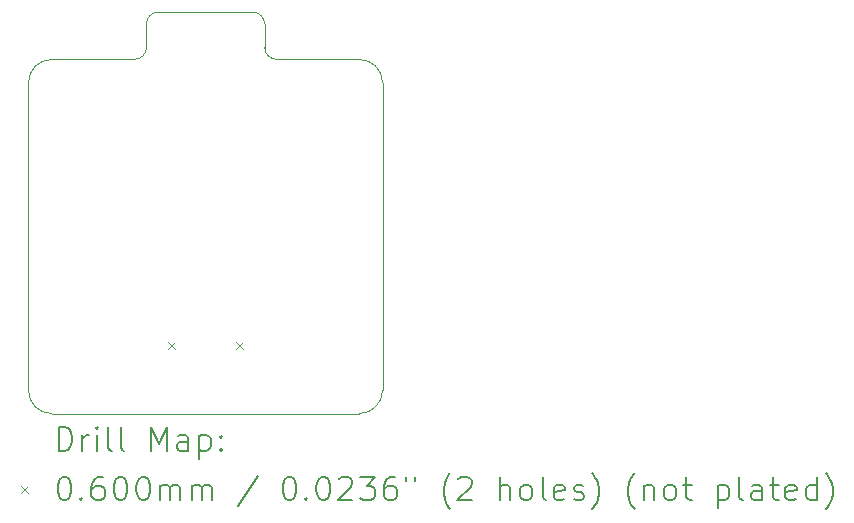
<source format=gbr>
%TF.GenerationSoftware,KiCad,Pcbnew,8.0.8-8.0.8-0~ubuntu24.04.1*%
%TF.CreationDate,2025-01-27T21:39:11+01:00*%
%TF.ProjectId,KICad_Files,4b494361-645f-4466-996c-65732e6b6963,1*%
%TF.SameCoordinates,Original*%
%TF.FileFunction,Drillmap*%
%TF.FilePolarity,Positive*%
%FSLAX45Y45*%
G04 Gerber Fmt 4.5, Leading zero omitted, Abs format (unit mm)*
G04 Created by KiCad (PCBNEW 8.0.8-8.0.8-0~ubuntu24.04.1) date 2025-01-27 21:39:11*
%MOMM*%
%LPD*%
G01*
G04 APERTURE LIST*
%ADD10C,0.050000*%
%ADD11C,0.200000*%
%ADD12C,0.100000*%
G04 APERTURE END LIST*
D10*
X12180000Y-11240000D02*
X12180000Y-8640000D01*
X11280000Y-8438995D02*
G75*
G02*
X11181005Y-8340000I0J98995D01*
G01*
X9380000Y-11440000D02*
X11980000Y-11440000D01*
X9180000Y-8640000D02*
G75*
G02*
X9380000Y-8440000I200000J0D01*
G01*
X9380000Y-11440000D02*
G75*
G02*
X9180000Y-11240000I0J200000D01*
G01*
X11980000Y-8440000D02*
X11280000Y-8438995D01*
X10180000Y-8340000D02*
G75*
G02*
X10080000Y-8440000I-100000J0D01*
G01*
X11080000Y-8040000D02*
G75*
G02*
X11180000Y-8140000I0J-100000D01*
G01*
X11080000Y-8040000D02*
X10280000Y-8040000D01*
X12180000Y-11240000D02*
G75*
G02*
X11980000Y-11440000I-200000J0D01*
G01*
X10080000Y-8440000D02*
X9380000Y-8440000D01*
X10180000Y-8140000D02*
G75*
G02*
X10280000Y-8040000I100000J0D01*
G01*
X9180000Y-8640000D02*
X9180000Y-11240000D01*
X11181005Y-8340000D02*
X11180000Y-8140000D01*
X10180000Y-8140000D02*
X10180000Y-8340000D01*
X11980000Y-8440000D02*
G75*
G02*
X12180000Y-8640000I0J-200000D01*
G01*
D11*
D12*
X10361000Y-10835000D02*
X10421000Y-10895000D01*
X10421000Y-10835000D02*
X10361000Y-10895000D01*
X10939000Y-10835000D02*
X10999000Y-10895000D01*
X10999000Y-10835000D02*
X10939000Y-10895000D01*
D11*
X9438277Y-11753984D02*
X9438277Y-11553984D01*
X9438277Y-11553984D02*
X9485896Y-11553984D01*
X9485896Y-11553984D02*
X9514467Y-11563508D01*
X9514467Y-11563508D02*
X9533515Y-11582555D01*
X9533515Y-11582555D02*
X9543039Y-11601603D01*
X9543039Y-11601603D02*
X9552563Y-11639698D01*
X9552563Y-11639698D02*
X9552563Y-11668269D01*
X9552563Y-11668269D02*
X9543039Y-11706365D01*
X9543039Y-11706365D02*
X9533515Y-11725412D01*
X9533515Y-11725412D02*
X9514467Y-11744460D01*
X9514467Y-11744460D02*
X9485896Y-11753984D01*
X9485896Y-11753984D02*
X9438277Y-11753984D01*
X9638277Y-11753984D02*
X9638277Y-11620650D01*
X9638277Y-11658746D02*
X9647801Y-11639698D01*
X9647801Y-11639698D02*
X9657325Y-11630174D01*
X9657325Y-11630174D02*
X9676372Y-11620650D01*
X9676372Y-11620650D02*
X9695420Y-11620650D01*
X9762086Y-11753984D02*
X9762086Y-11620650D01*
X9762086Y-11553984D02*
X9752563Y-11563508D01*
X9752563Y-11563508D02*
X9762086Y-11573031D01*
X9762086Y-11573031D02*
X9771610Y-11563508D01*
X9771610Y-11563508D02*
X9762086Y-11553984D01*
X9762086Y-11553984D02*
X9762086Y-11573031D01*
X9885896Y-11753984D02*
X9866848Y-11744460D01*
X9866848Y-11744460D02*
X9857325Y-11725412D01*
X9857325Y-11725412D02*
X9857325Y-11553984D01*
X9990658Y-11753984D02*
X9971610Y-11744460D01*
X9971610Y-11744460D02*
X9962086Y-11725412D01*
X9962086Y-11725412D02*
X9962086Y-11553984D01*
X10219229Y-11753984D02*
X10219229Y-11553984D01*
X10219229Y-11553984D02*
X10285896Y-11696841D01*
X10285896Y-11696841D02*
X10352563Y-11553984D01*
X10352563Y-11553984D02*
X10352563Y-11753984D01*
X10533515Y-11753984D02*
X10533515Y-11649222D01*
X10533515Y-11649222D02*
X10523991Y-11630174D01*
X10523991Y-11630174D02*
X10504944Y-11620650D01*
X10504944Y-11620650D02*
X10466848Y-11620650D01*
X10466848Y-11620650D02*
X10447801Y-11630174D01*
X10533515Y-11744460D02*
X10514467Y-11753984D01*
X10514467Y-11753984D02*
X10466848Y-11753984D01*
X10466848Y-11753984D02*
X10447801Y-11744460D01*
X10447801Y-11744460D02*
X10438277Y-11725412D01*
X10438277Y-11725412D02*
X10438277Y-11706365D01*
X10438277Y-11706365D02*
X10447801Y-11687317D01*
X10447801Y-11687317D02*
X10466848Y-11677793D01*
X10466848Y-11677793D02*
X10514467Y-11677793D01*
X10514467Y-11677793D02*
X10533515Y-11668269D01*
X10628753Y-11620650D02*
X10628753Y-11820650D01*
X10628753Y-11630174D02*
X10647801Y-11620650D01*
X10647801Y-11620650D02*
X10685896Y-11620650D01*
X10685896Y-11620650D02*
X10704944Y-11630174D01*
X10704944Y-11630174D02*
X10714467Y-11639698D01*
X10714467Y-11639698D02*
X10723991Y-11658746D01*
X10723991Y-11658746D02*
X10723991Y-11715888D01*
X10723991Y-11715888D02*
X10714467Y-11734936D01*
X10714467Y-11734936D02*
X10704944Y-11744460D01*
X10704944Y-11744460D02*
X10685896Y-11753984D01*
X10685896Y-11753984D02*
X10647801Y-11753984D01*
X10647801Y-11753984D02*
X10628753Y-11744460D01*
X10809706Y-11734936D02*
X10819229Y-11744460D01*
X10819229Y-11744460D02*
X10809706Y-11753984D01*
X10809706Y-11753984D02*
X10800182Y-11744460D01*
X10800182Y-11744460D02*
X10809706Y-11734936D01*
X10809706Y-11734936D02*
X10809706Y-11753984D01*
X10809706Y-11630174D02*
X10819229Y-11639698D01*
X10819229Y-11639698D02*
X10809706Y-11649222D01*
X10809706Y-11649222D02*
X10800182Y-11639698D01*
X10800182Y-11639698D02*
X10809706Y-11630174D01*
X10809706Y-11630174D02*
X10809706Y-11649222D01*
D12*
X9117500Y-12052500D02*
X9177500Y-12112500D01*
X9177500Y-12052500D02*
X9117500Y-12112500D01*
D11*
X9476372Y-11973984D02*
X9495420Y-11973984D01*
X9495420Y-11973984D02*
X9514467Y-11983508D01*
X9514467Y-11983508D02*
X9523991Y-11993031D01*
X9523991Y-11993031D02*
X9533515Y-12012079D01*
X9533515Y-12012079D02*
X9543039Y-12050174D01*
X9543039Y-12050174D02*
X9543039Y-12097793D01*
X9543039Y-12097793D02*
X9533515Y-12135888D01*
X9533515Y-12135888D02*
X9523991Y-12154936D01*
X9523991Y-12154936D02*
X9514467Y-12164460D01*
X9514467Y-12164460D02*
X9495420Y-12173984D01*
X9495420Y-12173984D02*
X9476372Y-12173984D01*
X9476372Y-12173984D02*
X9457325Y-12164460D01*
X9457325Y-12164460D02*
X9447801Y-12154936D01*
X9447801Y-12154936D02*
X9438277Y-12135888D01*
X9438277Y-12135888D02*
X9428753Y-12097793D01*
X9428753Y-12097793D02*
X9428753Y-12050174D01*
X9428753Y-12050174D02*
X9438277Y-12012079D01*
X9438277Y-12012079D02*
X9447801Y-11993031D01*
X9447801Y-11993031D02*
X9457325Y-11983508D01*
X9457325Y-11983508D02*
X9476372Y-11973984D01*
X9628753Y-12154936D02*
X9638277Y-12164460D01*
X9638277Y-12164460D02*
X9628753Y-12173984D01*
X9628753Y-12173984D02*
X9619229Y-12164460D01*
X9619229Y-12164460D02*
X9628753Y-12154936D01*
X9628753Y-12154936D02*
X9628753Y-12173984D01*
X9809706Y-11973984D02*
X9771610Y-11973984D01*
X9771610Y-11973984D02*
X9752563Y-11983508D01*
X9752563Y-11983508D02*
X9743039Y-11993031D01*
X9743039Y-11993031D02*
X9723991Y-12021603D01*
X9723991Y-12021603D02*
X9714467Y-12059698D01*
X9714467Y-12059698D02*
X9714467Y-12135888D01*
X9714467Y-12135888D02*
X9723991Y-12154936D01*
X9723991Y-12154936D02*
X9733515Y-12164460D01*
X9733515Y-12164460D02*
X9752563Y-12173984D01*
X9752563Y-12173984D02*
X9790658Y-12173984D01*
X9790658Y-12173984D02*
X9809706Y-12164460D01*
X9809706Y-12164460D02*
X9819229Y-12154936D01*
X9819229Y-12154936D02*
X9828753Y-12135888D01*
X9828753Y-12135888D02*
X9828753Y-12088269D01*
X9828753Y-12088269D02*
X9819229Y-12069222D01*
X9819229Y-12069222D02*
X9809706Y-12059698D01*
X9809706Y-12059698D02*
X9790658Y-12050174D01*
X9790658Y-12050174D02*
X9752563Y-12050174D01*
X9752563Y-12050174D02*
X9733515Y-12059698D01*
X9733515Y-12059698D02*
X9723991Y-12069222D01*
X9723991Y-12069222D02*
X9714467Y-12088269D01*
X9952563Y-11973984D02*
X9971610Y-11973984D01*
X9971610Y-11973984D02*
X9990658Y-11983508D01*
X9990658Y-11983508D02*
X10000182Y-11993031D01*
X10000182Y-11993031D02*
X10009706Y-12012079D01*
X10009706Y-12012079D02*
X10019229Y-12050174D01*
X10019229Y-12050174D02*
X10019229Y-12097793D01*
X10019229Y-12097793D02*
X10009706Y-12135888D01*
X10009706Y-12135888D02*
X10000182Y-12154936D01*
X10000182Y-12154936D02*
X9990658Y-12164460D01*
X9990658Y-12164460D02*
X9971610Y-12173984D01*
X9971610Y-12173984D02*
X9952563Y-12173984D01*
X9952563Y-12173984D02*
X9933515Y-12164460D01*
X9933515Y-12164460D02*
X9923991Y-12154936D01*
X9923991Y-12154936D02*
X9914467Y-12135888D01*
X9914467Y-12135888D02*
X9904944Y-12097793D01*
X9904944Y-12097793D02*
X9904944Y-12050174D01*
X9904944Y-12050174D02*
X9914467Y-12012079D01*
X9914467Y-12012079D02*
X9923991Y-11993031D01*
X9923991Y-11993031D02*
X9933515Y-11983508D01*
X9933515Y-11983508D02*
X9952563Y-11973984D01*
X10143039Y-11973984D02*
X10162087Y-11973984D01*
X10162087Y-11973984D02*
X10181134Y-11983508D01*
X10181134Y-11983508D02*
X10190658Y-11993031D01*
X10190658Y-11993031D02*
X10200182Y-12012079D01*
X10200182Y-12012079D02*
X10209706Y-12050174D01*
X10209706Y-12050174D02*
X10209706Y-12097793D01*
X10209706Y-12097793D02*
X10200182Y-12135888D01*
X10200182Y-12135888D02*
X10190658Y-12154936D01*
X10190658Y-12154936D02*
X10181134Y-12164460D01*
X10181134Y-12164460D02*
X10162087Y-12173984D01*
X10162087Y-12173984D02*
X10143039Y-12173984D01*
X10143039Y-12173984D02*
X10123991Y-12164460D01*
X10123991Y-12164460D02*
X10114467Y-12154936D01*
X10114467Y-12154936D02*
X10104944Y-12135888D01*
X10104944Y-12135888D02*
X10095420Y-12097793D01*
X10095420Y-12097793D02*
X10095420Y-12050174D01*
X10095420Y-12050174D02*
X10104944Y-12012079D01*
X10104944Y-12012079D02*
X10114467Y-11993031D01*
X10114467Y-11993031D02*
X10123991Y-11983508D01*
X10123991Y-11983508D02*
X10143039Y-11973984D01*
X10295420Y-12173984D02*
X10295420Y-12040650D01*
X10295420Y-12059698D02*
X10304944Y-12050174D01*
X10304944Y-12050174D02*
X10323991Y-12040650D01*
X10323991Y-12040650D02*
X10352563Y-12040650D01*
X10352563Y-12040650D02*
X10371610Y-12050174D01*
X10371610Y-12050174D02*
X10381134Y-12069222D01*
X10381134Y-12069222D02*
X10381134Y-12173984D01*
X10381134Y-12069222D02*
X10390658Y-12050174D01*
X10390658Y-12050174D02*
X10409706Y-12040650D01*
X10409706Y-12040650D02*
X10438277Y-12040650D01*
X10438277Y-12040650D02*
X10457325Y-12050174D01*
X10457325Y-12050174D02*
X10466848Y-12069222D01*
X10466848Y-12069222D02*
X10466848Y-12173984D01*
X10562087Y-12173984D02*
X10562087Y-12040650D01*
X10562087Y-12059698D02*
X10571610Y-12050174D01*
X10571610Y-12050174D02*
X10590658Y-12040650D01*
X10590658Y-12040650D02*
X10619229Y-12040650D01*
X10619229Y-12040650D02*
X10638277Y-12050174D01*
X10638277Y-12050174D02*
X10647801Y-12069222D01*
X10647801Y-12069222D02*
X10647801Y-12173984D01*
X10647801Y-12069222D02*
X10657325Y-12050174D01*
X10657325Y-12050174D02*
X10676372Y-12040650D01*
X10676372Y-12040650D02*
X10704944Y-12040650D01*
X10704944Y-12040650D02*
X10723991Y-12050174D01*
X10723991Y-12050174D02*
X10733515Y-12069222D01*
X10733515Y-12069222D02*
X10733515Y-12173984D01*
X11123991Y-11964460D02*
X10952563Y-12221603D01*
X11381134Y-11973984D02*
X11400182Y-11973984D01*
X11400182Y-11973984D02*
X11419229Y-11983508D01*
X11419229Y-11983508D02*
X11428753Y-11993031D01*
X11428753Y-11993031D02*
X11438277Y-12012079D01*
X11438277Y-12012079D02*
X11447801Y-12050174D01*
X11447801Y-12050174D02*
X11447801Y-12097793D01*
X11447801Y-12097793D02*
X11438277Y-12135888D01*
X11438277Y-12135888D02*
X11428753Y-12154936D01*
X11428753Y-12154936D02*
X11419229Y-12164460D01*
X11419229Y-12164460D02*
X11400182Y-12173984D01*
X11400182Y-12173984D02*
X11381134Y-12173984D01*
X11381134Y-12173984D02*
X11362087Y-12164460D01*
X11362087Y-12164460D02*
X11352563Y-12154936D01*
X11352563Y-12154936D02*
X11343039Y-12135888D01*
X11343039Y-12135888D02*
X11333515Y-12097793D01*
X11333515Y-12097793D02*
X11333515Y-12050174D01*
X11333515Y-12050174D02*
X11343039Y-12012079D01*
X11343039Y-12012079D02*
X11352563Y-11993031D01*
X11352563Y-11993031D02*
X11362087Y-11983508D01*
X11362087Y-11983508D02*
X11381134Y-11973984D01*
X11533515Y-12154936D02*
X11543039Y-12164460D01*
X11543039Y-12164460D02*
X11533515Y-12173984D01*
X11533515Y-12173984D02*
X11523991Y-12164460D01*
X11523991Y-12164460D02*
X11533515Y-12154936D01*
X11533515Y-12154936D02*
X11533515Y-12173984D01*
X11666848Y-11973984D02*
X11685896Y-11973984D01*
X11685896Y-11973984D02*
X11704944Y-11983508D01*
X11704944Y-11983508D02*
X11714468Y-11993031D01*
X11714468Y-11993031D02*
X11723991Y-12012079D01*
X11723991Y-12012079D02*
X11733515Y-12050174D01*
X11733515Y-12050174D02*
X11733515Y-12097793D01*
X11733515Y-12097793D02*
X11723991Y-12135888D01*
X11723991Y-12135888D02*
X11714468Y-12154936D01*
X11714468Y-12154936D02*
X11704944Y-12164460D01*
X11704944Y-12164460D02*
X11685896Y-12173984D01*
X11685896Y-12173984D02*
X11666848Y-12173984D01*
X11666848Y-12173984D02*
X11647801Y-12164460D01*
X11647801Y-12164460D02*
X11638277Y-12154936D01*
X11638277Y-12154936D02*
X11628753Y-12135888D01*
X11628753Y-12135888D02*
X11619229Y-12097793D01*
X11619229Y-12097793D02*
X11619229Y-12050174D01*
X11619229Y-12050174D02*
X11628753Y-12012079D01*
X11628753Y-12012079D02*
X11638277Y-11993031D01*
X11638277Y-11993031D02*
X11647801Y-11983508D01*
X11647801Y-11983508D02*
X11666848Y-11973984D01*
X11809706Y-11993031D02*
X11819229Y-11983508D01*
X11819229Y-11983508D02*
X11838277Y-11973984D01*
X11838277Y-11973984D02*
X11885896Y-11973984D01*
X11885896Y-11973984D02*
X11904944Y-11983508D01*
X11904944Y-11983508D02*
X11914468Y-11993031D01*
X11914468Y-11993031D02*
X11923991Y-12012079D01*
X11923991Y-12012079D02*
X11923991Y-12031127D01*
X11923991Y-12031127D02*
X11914468Y-12059698D01*
X11914468Y-12059698D02*
X11800182Y-12173984D01*
X11800182Y-12173984D02*
X11923991Y-12173984D01*
X11990658Y-11973984D02*
X12114468Y-11973984D01*
X12114468Y-11973984D02*
X12047801Y-12050174D01*
X12047801Y-12050174D02*
X12076372Y-12050174D01*
X12076372Y-12050174D02*
X12095420Y-12059698D01*
X12095420Y-12059698D02*
X12104944Y-12069222D01*
X12104944Y-12069222D02*
X12114468Y-12088269D01*
X12114468Y-12088269D02*
X12114468Y-12135888D01*
X12114468Y-12135888D02*
X12104944Y-12154936D01*
X12104944Y-12154936D02*
X12095420Y-12164460D01*
X12095420Y-12164460D02*
X12076372Y-12173984D01*
X12076372Y-12173984D02*
X12019229Y-12173984D01*
X12019229Y-12173984D02*
X12000182Y-12164460D01*
X12000182Y-12164460D02*
X11990658Y-12154936D01*
X12285896Y-11973984D02*
X12247801Y-11973984D01*
X12247801Y-11973984D02*
X12228753Y-11983508D01*
X12228753Y-11983508D02*
X12219229Y-11993031D01*
X12219229Y-11993031D02*
X12200182Y-12021603D01*
X12200182Y-12021603D02*
X12190658Y-12059698D01*
X12190658Y-12059698D02*
X12190658Y-12135888D01*
X12190658Y-12135888D02*
X12200182Y-12154936D01*
X12200182Y-12154936D02*
X12209706Y-12164460D01*
X12209706Y-12164460D02*
X12228753Y-12173984D01*
X12228753Y-12173984D02*
X12266849Y-12173984D01*
X12266849Y-12173984D02*
X12285896Y-12164460D01*
X12285896Y-12164460D02*
X12295420Y-12154936D01*
X12295420Y-12154936D02*
X12304944Y-12135888D01*
X12304944Y-12135888D02*
X12304944Y-12088269D01*
X12304944Y-12088269D02*
X12295420Y-12069222D01*
X12295420Y-12069222D02*
X12285896Y-12059698D01*
X12285896Y-12059698D02*
X12266849Y-12050174D01*
X12266849Y-12050174D02*
X12228753Y-12050174D01*
X12228753Y-12050174D02*
X12209706Y-12059698D01*
X12209706Y-12059698D02*
X12200182Y-12069222D01*
X12200182Y-12069222D02*
X12190658Y-12088269D01*
X12381134Y-11973984D02*
X12381134Y-12012079D01*
X12457325Y-11973984D02*
X12457325Y-12012079D01*
X12752563Y-12250174D02*
X12743039Y-12240650D01*
X12743039Y-12240650D02*
X12723991Y-12212079D01*
X12723991Y-12212079D02*
X12714468Y-12193031D01*
X12714468Y-12193031D02*
X12704944Y-12164460D01*
X12704944Y-12164460D02*
X12695420Y-12116841D01*
X12695420Y-12116841D02*
X12695420Y-12078746D01*
X12695420Y-12078746D02*
X12704944Y-12031127D01*
X12704944Y-12031127D02*
X12714468Y-12002555D01*
X12714468Y-12002555D02*
X12723991Y-11983508D01*
X12723991Y-11983508D02*
X12743039Y-11954936D01*
X12743039Y-11954936D02*
X12752563Y-11945412D01*
X12819230Y-11993031D02*
X12828753Y-11983508D01*
X12828753Y-11983508D02*
X12847801Y-11973984D01*
X12847801Y-11973984D02*
X12895420Y-11973984D01*
X12895420Y-11973984D02*
X12914468Y-11983508D01*
X12914468Y-11983508D02*
X12923991Y-11993031D01*
X12923991Y-11993031D02*
X12933515Y-12012079D01*
X12933515Y-12012079D02*
X12933515Y-12031127D01*
X12933515Y-12031127D02*
X12923991Y-12059698D01*
X12923991Y-12059698D02*
X12809706Y-12173984D01*
X12809706Y-12173984D02*
X12933515Y-12173984D01*
X13171611Y-12173984D02*
X13171611Y-11973984D01*
X13257325Y-12173984D02*
X13257325Y-12069222D01*
X13257325Y-12069222D02*
X13247801Y-12050174D01*
X13247801Y-12050174D02*
X13228753Y-12040650D01*
X13228753Y-12040650D02*
X13200182Y-12040650D01*
X13200182Y-12040650D02*
X13181134Y-12050174D01*
X13181134Y-12050174D02*
X13171611Y-12059698D01*
X13381134Y-12173984D02*
X13362087Y-12164460D01*
X13362087Y-12164460D02*
X13352563Y-12154936D01*
X13352563Y-12154936D02*
X13343039Y-12135888D01*
X13343039Y-12135888D02*
X13343039Y-12078746D01*
X13343039Y-12078746D02*
X13352563Y-12059698D01*
X13352563Y-12059698D02*
X13362087Y-12050174D01*
X13362087Y-12050174D02*
X13381134Y-12040650D01*
X13381134Y-12040650D02*
X13409706Y-12040650D01*
X13409706Y-12040650D02*
X13428753Y-12050174D01*
X13428753Y-12050174D02*
X13438277Y-12059698D01*
X13438277Y-12059698D02*
X13447801Y-12078746D01*
X13447801Y-12078746D02*
X13447801Y-12135888D01*
X13447801Y-12135888D02*
X13438277Y-12154936D01*
X13438277Y-12154936D02*
X13428753Y-12164460D01*
X13428753Y-12164460D02*
X13409706Y-12173984D01*
X13409706Y-12173984D02*
X13381134Y-12173984D01*
X13562087Y-12173984D02*
X13543039Y-12164460D01*
X13543039Y-12164460D02*
X13533515Y-12145412D01*
X13533515Y-12145412D02*
X13533515Y-11973984D01*
X13714468Y-12164460D02*
X13695420Y-12173984D01*
X13695420Y-12173984D02*
X13657325Y-12173984D01*
X13657325Y-12173984D02*
X13638277Y-12164460D01*
X13638277Y-12164460D02*
X13628753Y-12145412D01*
X13628753Y-12145412D02*
X13628753Y-12069222D01*
X13628753Y-12069222D02*
X13638277Y-12050174D01*
X13638277Y-12050174D02*
X13657325Y-12040650D01*
X13657325Y-12040650D02*
X13695420Y-12040650D01*
X13695420Y-12040650D02*
X13714468Y-12050174D01*
X13714468Y-12050174D02*
X13723992Y-12069222D01*
X13723992Y-12069222D02*
X13723992Y-12088269D01*
X13723992Y-12088269D02*
X13628753Y-12107317D01*
X13800182Y-12164460D02*
X13819230Y-12173984D01*
X13819230Y-12173984D02*
X13857325Y-12173984D01*
X13857325Y-12173984D02*
X13876373Y-12164460D01*
X13876373Y-12164460D02*
X13885896Y-12145412D01*
X13885896Y-12145412D02*
X13885896Y-12135888D01*
X13885896Y-12135888D02*
X13876373Y-12116841D01*
X13876373Y-12116841D02*
X13857325Y-12107317D01*
X13857325Y-12107317D02*
X13828753Y-12107317D01*
X13828753Y-12107317D02*
X13809706Y-12097793D01*
X13809706Y-12097793D02*
X13800182Y-12078746D01*
X13800182Y-12078746D02*
X13800182Y-12069222D01*
X13800182Y-12069222D02*
X13809706Y-12050174D01*
X13809706Y-12050174D02*
X13828753Y-12040650D01*
X13828753Y-12040650D02*
X13857325Y-12040650D01*
X13857325Y-12040650D02*
X13876373Y-12050174D01*
X13952563Y-12250174D02*
X13962087Y-12240650D01*
X13962087Y-12240650D02*
X13981134Y-12212079D01*
X13981134Y-12212079D02*
X13990658Y-12193031D01*
X13990658Y-12193031D02*
X14000182Y-12164460D01*
X14000182Y-12164460D02*
X14009706Y-12116841D01*
X14009706Y-12116841D02*
X14009706Y-12078746D01*
X14009706Y-12078746D02*
X14000182Y-12031127D01*
X14000182Y-12031127D02*
X13990658Y-12002555D01*
X13990658Y-12002555D02*
X13981134Y-11983508D01*
X13981134Y-11983508D02*
X13962087Y-11954936D01*
X13962087Y-11954936D02*
X13952563Y-11945412D01*
X14314468Y-12250174D02*
X14304944Y-12240650D01*
X14304944Y-12240650D02*
X14285896Y-12212079D01*
X14285896Y-12212079D02*
X14276373Y-12193031D01*
X14276373Y-12193031D02*
X14266849Y-12164460D01*
X14266849Y-12164460D02*
X14257325Y-12116841D01*
X14257325Y-12116841D02*
X14257325Y-12078746D01*
X14257325Y-12078746D02*
X14266849Y-12031127D01*
X14266849Y-12031127D02*
X14276373Y-12002555D01*
X14276373Y-12002555D02*
X14285896Y-11983508D01*
X14285896Y-11983508D02*
X14304944Y-11954936D01*
X14304944Y-11954936D02*
X14314468Y-11945412D01*
X14390658Y-12040650D02*
X14390658Y-12173984D01*
X14390658Y-12059698D02*
X14400182Y-12050174D01*
X14400182Y-12050174D02*
X14419230Y-12040650D01*
X14419230Y-12040650D02*
X14447801Y-12040650D01*
X14447801Y-12040650D02*
X14466849Y-12050174D01*
X14466849Y-12050174D02*
X14476373Y-12069222D01*
X14476373Y-12069222D02*
X14476373Y-12173984D01*
X14600182Y-12173984D02*
X14581134Y-12164460D01*
X14581134Y-12164460D02*
X14571611Y-12154936D01*
X14571611Y-12154936D02*
X14562087Y-12135888D01*
X14562087Y-12135888D02*
X14562087Y-12078746D01*
X14562087Y-12078746D02*
X14571611Y-12059698D01*
X14571611Y-12059698D02*
X14581134Y-12050174D01*
X14581134Y-12050174D02*
X14600182Y-12040650D01*
X14600182Y-12040650D02*
X14628754Y-12040650D01*
X14628754Y-12040650D02*
X14647801Y-12050174D01*
X14647801Y-12050174D02*
X14657325Y-12059698D01*
X14657325Y-12059698D02*
X14666849Y-12078746D01*
X14666849Y-12078746D02*
X14666849Y-12135888D01*
X14666849Y-12135888D02*
X14657325Y-12154936D01*
X14657325Y-12154936D02*
X14647801Y-12164460D01*
X14647801Y-12164460D02*
X14628754Y-12173984D01*
X14628754Y-12173984D02*
X14600182Y-12173984D01*
X14723992Y-12040650D02*
X14800182Y-12040650D01*
X14752563Y-11973984D02*
X14752563Y-12145412D01*
X14752563Y-12145412D02*
X14762087Y-12164460D01*
X14762087Y-12164460D02*
X14781134Y-12173984D01*
X14781134Y-12173984D02*
X14800182Y-12173984D01*
X15019230Y-12040650D02*
X15019230Y-12240650D01*
X15019230Y-12050174D02*
X15038277Y-12040650D01*
X15038277Y-12040650D02*
X15076373Y-12040650D01*
X15076373Y-12040650D02*
X15095420Y-12050174D01*
X15095420Y-12050174D02*
X15104944Y-12059698D01*
X15104944Y-12059698D02*
X15114468Y-12078746D01*
X15114468Y-12078746D02*
X15114468Y-12135888D01*
X15114468Y-12135888D02*
X15104944Y-12154936D01*
X15104944Y-12154936D02*
X15095420Y-12164460D01*
X15095420Y-12164460D02*
X15076373Y-12173984D01*
X15076373Y-12173984D02*
X15038277Y-12173984D01*
X15038277Y-12173984D02*
X15019230Y-12164460D01*
X15228754Y-12173984D02*
X15209706Y-12164460D01*
X15209706Y-12164460D02*
X15200182Y-12145412D01*
X15200182Y-12145412D02*
X15200182Y-11973984D01*
X15390658Y-12173984D02*
X15390658Y-12069222D01*
X15390658Y-12069222D02*
X15381135Y-12050174D01*
X15381135Y-12050174D02*
X15362087Y-12040650D01*
X15362087Y-12040650D02*
X15323992Y-12040650D01*
X15323992Y-12040650D02*
X15304944Y-12050174D01*
X15390658Y-12164460D02*
X15371611Y-12173984D01*
X15371611Y-12173984D02*
X15323992Y-12173984D01*
X15323992Y-12173984D02*
X15304944Y-12164460D01*
X15304944Y-12164460D02*
X15295420Y-12145412D01*
X15295420Y-12145412D02*
X15295420Y-12126365D01*
X15295420Y-12126365D02*
X15304944Y-12107317D01*
X15304944Y-12107317D02*
X15323992Y-12097793D01*
X15323992Y-12097793D02*
X15371611Y-12097793D01*
X15371611Y-12097793D02*
X15390658Y-12088269D01*
X15457325Y-12040650D02*
X15533515Y-12040650D01*
X15485896Y-11973984D02*
X15485896Y-12145412D01*
X15485896Y-12145412D02*
X15495420Y-12164460D01*
X15495420Y-12164460D02*
X15514468Y-12173984D01*
X15514468Y-12173984D02*
X15533515Y-12173984D01*
X15676373Y-12164460D02*
X15657325Y-12173984D01*
X15657325Y-12173984D02*
X15619230Y-12173984D01*
X15619230Y-12173984D02*
X15600182Y-12164460D01*
X15600182Y-12164460D02*
X15590658Y-12145412D01*
X15590658Y-12145412D02*
X15590658Y-12069222D01*
X15590658Y-12069222D02*
X15600182Y-12050174D01*
X15600182Y-12050174D02*
X15619230Y-12040650D01*
X15619230Y-12040650D02*
X15657325Y-12040650D01*
X15657325Y-12040650D02*
X15676373Y-12050174D01*
X15676373Y-12050174D02*
X15685896Y-12069222D01*
X15685896Y-12069222D02*
X15685896Y-12088269D01*
X15685896Y-12088269D02*
X15590658Y-12107317D01*
X15857325Y-12173984D02*
X15857325Y-11973984D01*
X15857325Y-12164460D02*
X15838277Y-12173984D01*
X15838277Y-12173984D02*
X15800182Y-12173984D01*
X15800182Y-12173984D02*
X15781135Y-12164460D01*
X15781135Y-12164460D02*
X15771611Y-12154936D01*
X15771611Y-12154936D02*
X15762087Y-12135888D01*
X15762087Y-12135888D02*
X15762087Y-12078746D01*
X15762087Y-12078746D02*
X15771611Y-12059698D01*
X15771611Y-12059698D02*
X15781135Y-12050174D01*
X15781135Y-12050174D02*
X15800182Y-12040650D01*
X15800182Y-12040650D02*
X15838277Y-12040650D01*
X15838277Y-12040650D02*
X15857325Y-12050174D01*
X15933516Y-12250174D02*
X15943039Y-12240650D01*
X15943039Y-12240650D02*
X15962087Y-12212079D01*
X15962087Y-12212079D02*
X15971611Y-12193031D01*
X15971611Y-12193031D02*
X15981135Y-12164460D01*
X15981135Y-12164460D02*
X15990658Y-12116841D01*
X15990658Y-12116841D02*
X15990658Y-12078746D01*
X15990658Y-12078746D02*
X15981135Y-12031127D01*
X15981135Y-12031127D02*
X15971611Y-12002555D01*
X15971611Y-12002555D02*
X15962087Y-11983508D01*
X15962087Y-11983508D02*
X15943039Y-11954936D01*
X15943039Y-11954936D02*
X15933516Y-11945412D01*
M02*

</source>
